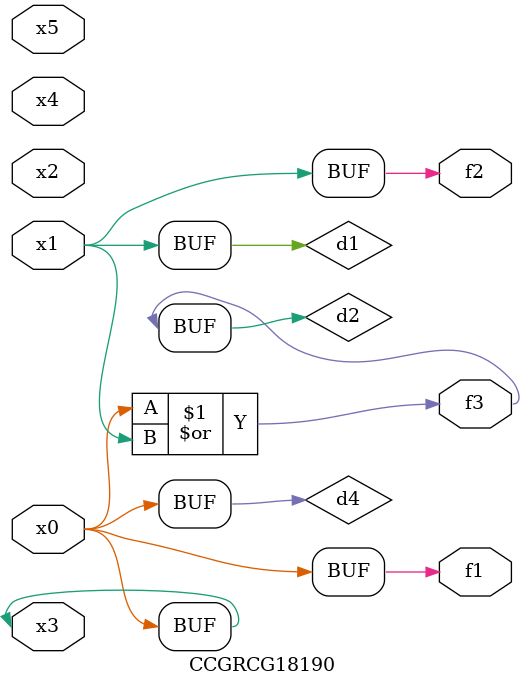
<source format=v>
module CCGRCG18190(
	input x0, x1, x2, x3, x4, x5,
	output f1, f2, f3
);

	wire d1, d2, d3, d4;

	and (d1, x1);
	or (d2, x0, x1);
	nand (d3, x0, x5);
	buf (d4, x0, x3);
	assign f1 = d4;
	assign f2 = d1;
	assign f3 = d2;
endmodule

</source>
